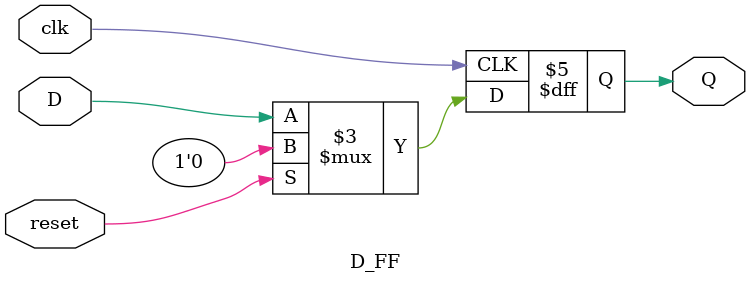
<source format=v>
module D_FF(Q,clk,reset,D);  //note: all sequential circuit we design in behaviour level.
input D,clk,reset;
output Q;
reg Q;
always @(posedge clk)  //synchronous circuit. becuase depend only clcok. 
       if(reset)
       	    Q=1'b0;
       else
            Q=D; //inside always block we can't use "assign" keyword. so we must declare Q as a reg.
   
   //this FF is positive edge trigger D_FF. we can also make negedge.
endmodule
 

</source>
